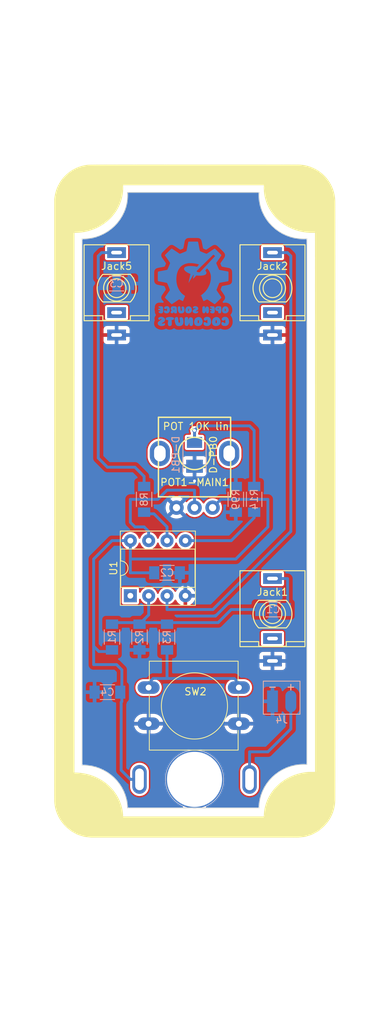
<source format=kicad_pcb>
(kicad_pcb (version 20221018) (generator pcbnew)
  (layers (0 "F.Cu" signal) (31 "B.Cu" signal) (34 "B.Paste" user) (35 "F.Paste" user) (36 "B.SilkS" user "B.Silkscreen") (37 "F.SilkS" user "F.Silkscreen") (38 "B.Mask" user) (39 "F.Mask" user) (44 "Edge.Cuts" user))
  (net 0 "")
  (net 1 "AudioProg")
  (net 2 "GND")
  (net 3 "But-L")
  (net 4 "PB2/A1")
  (net 5 "PB1")
  (net 6 "PB0")
  (net 7 "+3V3")
  (net 8 "CV1_IN")
  (net 9 "Net-(D-PB0-Pad2)")
  (net 10 "Net-(C1-Pad2)")
  (net 11 "Net-(C3-Pad1)")
  (net 12 "VCC")
  (footprint "8Bit_YogyaNoise:SW_PUSH-12mm_3D_new" (layer "F.Cu") (at 63.5 125.095)
    (fp_text reference "SW2")
    (fp_text value "SW_Push")
  )
  (footprint "8Bit_YogyaNoise:8Bit_YogyaNoise" (layer "F.Cu") (at 62.03 95.885)
    (fp_text reference "board1" hide)
    (fp_text value "SVG2SHENZHEN" hide)
    (fp_line (start -14.10622 -35.396149) (end -14.10622 37.402735) (stroke (width 0.1)) (layer "Edge.Cuts"))
    (fp_line (start -14.10622 37.402735) (end -14.03795 37.399735) (stroke (width 0.1)) (layer "Edge.Cuts"))
    (fp_line (start -14.03795 -35.392149) (end -14.10622 -35.396149) (stroke (width 0.1)) (layer "Edge.Cuts"))
    (fp_line (start -14.03795 37.399735) (end -13.722804 37.407735) (stroke (width 0.1)) (layer "Edge.Cuts"))
    (fp_line (start -13.722804 37.407735) (end -13.411649 37.430535) (stroke (width 0.1)) (layer "Edge.Cuts"))
    (fp_line (start -13.716839 -35.400049) (end -14.03795 -35.392149) (stroke (width 0.1)) (layer "Edge.Cuts"))
    (fp_line (start -13.411649 37.430535) (end -12.802822 37.519735) (stroke (width 0.1)) (layer "Edge.Cuts"))
    (fp_line (start -13.399943 -35.423499) (end -13.716839 -35.400049) (stroke (width 0.1)) (layer "Edge.Cuts"))
    (fp_line (start -13.087654 -35.462119) (end -13.399943 -35.423499) (stroke (width 0.1)) (layer "Edge.Cuts"))
    (fp_line (start -12.802822 37.519735) (end -12.214484 37.664625) (stroke (width 0.1)) (layer "Edge.Cuts"))
    (fp_line (start -12.780363 -35.515529) (end -13.087654 -35.462119) (stroke (width 0.1)) (layer "Edge.Cuts"))
    (fp_line (start -12.478464 -35.583349) (end -12.780363 -35.515529) (stroke (width 0.1)) (layer "Edge.Cuts"))
    (fp_line (start -12.214484 37.664625) (end -11.649652 37.862365) (stroke (width 0.1)) (layer "Edge.Cuts"))
    (fp_line (start -12.182347 -35.665199) (end -12.478464 -35.583349) (stroke (width 0.1)) (layer "Edge.Cuts"))
    (fp_line (start -11.649652 37.862365) (end -11.111346 38.110115) (stroke (width 0.1)) (layer "Edge.Cuts"))
    (fp_line (start -11.609032 -35.869448) (end -12.182347 -35.665199) (stroke (width 0.1)) (layer "Edge.Cuts"))
    (fp_line (start -11.111346 38.110115) (end -10.602581 38.404985) (stroke (width 0.1)) (layer "Edge.Cuts"))
    (fp_line (start -11.063554 -36.125226) (end -11.609032 -35.869448) (stroke (width 0.1)) (layer "Edge.Cuts"))
    (fp_line (start -10.602581 38.404985) (end -10.126375 38.744125) (stroke (width 0.1)) (layer "Edge.Cuts"))
    (fp_line (start -10.54905 -36.429482) (end -11.063554 -36.125226) (stroke (width 0.1)) (layer "Edge.Cuts"))
    (fp_line (start -10.126375 38.744125) (end -9.685743 39.124675) (stroke (width 0.1)) (layer "Edge.Cuts"))
    (fp_line (start -10.068656 -36.779162) (end -10.54905 -36.429482) (stroke (width 0.1)) (layer "Edge.Cuts"))
    (fp_line (start -9.685743 39.124675) (end -9.283704 39.543765) (stroke (width 0.1)) (layer "Edge.Cuts"))
    (fp_line (start -9.625511 -37.171212) (end -10.068656 -36.779162) (stroke (width 0.1)) (layer "Edge.Cuts"))
    (fp_line (start -9.283704 39.543765) (end -8.923277 39.998535) (stroke (width 0.1)) (layer "Edge.Cuts"))
    (fp_line (start -9.222748 -37.60258) (end -9.625511 -37.171212) (stroke (width 0.1)) (layer "Edge.Cuts"))
    (fp_line (start -8.923277 39.998535) (end -8.607474 40.486125) (stroke (width 0.1)) (layer "Edge.Cuts"))
    (fp_line (start -8.863506 -38.070211) (end -9.222748 -37.60258) (stroke (width 0.1)) (layer "Edge.Cuts"))
    (fp_line (start -8.607474 40.486125) (end -8.339316 41.003665) (stroke (width 0.1)) (layer "Edge.Cuts"))
    (fp_line (start -8.550922 -38.571053) (end -8.863506 -38.070211) (stroke (width 0.1)) (layer "Edge.Cuts"))
    (fp_line (start -8.339316 41.003665) (end -8.121819 41.548295) (stroke (width 0.1)) (layer "Edge.Cuts"))
    (fp_line (start -8.288132 -39.102053) (end -8.550922 -38.571053) (stroke (width 0.1)) (layer "Edge.Cuts"))
    (fp_line (start -8.176389 -39.377908) (end -8.288132 -39.102053) (stroke (width 0.1)) (layer "Edge.Cuts"))
    (fp_line (start -8.121819 41.548295) (end -7.958001 42.117155) (stroke (width 0.1)) (layer "Edge.Cuts"))
    (fp_line (start -8.078269 -39.660157) (end -8.176389 -39.377908) (stroke (width 0.1)) (layer "Edge.Cuts"))
    (fp_line (start -7.994169 -39.948419) (end -8.078269 -39.660157) (stroke (width 0.1)) (layer "Edge.Cuts"))
    (fp_line (start -7.958001 42.117155) (end -7.89716 42.409765) (stroke (width 0.1)) (layer "Edge.Cuts"))
    (fp_line (start -7.92448 -40.242311) (end -7.994169 -39.948419) (stroke (width 0.1)) (layer "Edge.Cuts"))
    (fp_line (start -7.89716 42.409765) (end -7.85087 42.707375) (stroke (width 0.1)) (layer "Edge.Cuts"))
    (fp_line (start -7.86959 -40.541454) (end -7.92448 -40.242311) (stroke (width 0.1)) (layer "Edge.Cuts"))
    (fp_line (start -7.85087 42.707375) (end -7.81951 43.009595) (stroke (width 0.1)) (layer "Edge.Cuts"))
    (fp_line (start -7.82989 -40.845464) (end -7.86959 -40.541454) (stroke (width 0.1)) (layer "Edge.Cuts"))
    (fp_line (start -7.81951 43.009595) (end -7.80346 43.316095) (stroke (width 0.1)) (layer "Edge.Cuts"))
    (fp_line (start -7.810679 -41.81848) (end -7.797679 -41.46656) (stroke (width 0.1)) (layer "Edge.Cuts"))
    (fp_line (start -7.805779 -41.15396) (end -7.82989 -40.845464) (stroke (width 0.1)) (layer "Edge.Cuts"))
    (fp_line (start -7.80346 43.316095) (end 10.39632 43.316095) (stroke (width 0.1)) (layer "Edge.Cuts"))
    (fp_line (start -7.797679 -41.46656) (end -7.805779 -41.15396) (stroke (width 0.1)) (layer "Edge.Cuts"))
    (fp_line (start 10.39281 -41.46656) (end 10.411111 -41.81848) (stroke (width 0.1)) (layer "Edge.Cuts"))
    (fp_line (start 10.39632 43.316095) (end 10.40725 43.005655) (stroke (width 0.1)) (layer "Edge.Cuts"))
    (fp_line (start 10.40091 -41.153961) (end 10.39281 -41.46656) (stroke (width 0.1)) (layer "Edge.Cuts"))
    (fp_line (start 10.40725 43.005655) (end 10.433919 42.699375) (stroke (width 0.1)) (layer "Edge.Cuts"))
    (fp_line (start 10.411111 -41.81848) (end -7.810679 -41.81848) (stroke (width 0.1)) (layer "Edge.Cuts"))
    (fp_line (start 10.42502 -40.845466) (end 10.40091 -41.153961) (stroke (width 0.1)) (layer "Edge.Cuts"))
    (fp_line (start 10.433919 42.699375) (end 10.475939 42.397625) (stroke (width 0.1)) (layer "Edge.Cuts"))
    (fp_line (start 10.464721 -40.541457) (end 10.42502 -40.845466) (stroke (width 0.1)) (layer "Edge.Cuts"))
    (fp_line (start 10.475939 42.397625) (end 10.53292 42.100785) (stroke (width 0.1)) (layer "Edge.Cuts"))
    (fp_line (start 10.519611 -40.242316) (end 10.464721 -40.541457) (stroke (width 0.1)) (layer "Edge.Cuts"))
    (fp_line (start 10.53292 42.100785) (end 10.60448 41.809235) (stroke (width 0.1)) (layer "Edge.Cuts"))
    (fp_line (start 10.589301 -39.948424) (end 10.519611 -40.242316) (stroke (width 0.1)) (layer "Edge.Cuts"))
    (fp_line (start 10.60448 41.809235) (end 10.69023 41.523335) (stroke (width 0.1)) (layer "Edge.Cuts"))
    (fp_line (start 10.673401 -39.660163) (end 10.589301 -39.948424) (stroke (width 0.1)) (layer "Edge.Cuts"))
    (fp_line (start 10.69023 41.523335) (end 10.902748 40.969985) (stroke (width 0.1)) (layer "Edge.Cuts"))
    (fp_line (start 10.77152 -39.377915) (end 10.673401 -39.660163) (stroke (width 0.1)) (layer "Edge.Cuts"))
    (fp_line (start 10.883261 -39.102061) (end 10.77152 -39.377915) (stroke (width 0.1)) (layer "Edge.Cuts"))
    (fp_line (start 10.902748 40.969985) (end 11.167387 40.443725) (stroke (width 0.1)) (layer "Edge.Cuts"))
    (fp_line (start 11.14605 -38.571063) (end 10.883261 -39.102061) (stroke (width 0.1)) (layer "Edge.Cuts"))
    (fp_line (start 11.167387 40.443725) (end 11.481053 39.947555) (stroke (width 0.1)) (layer "Edge.Cuts"))
    (fp_line (start 11.458633 -38.070222) (end 11.14605 -38.571063) (stroke (width 0.1)) (layer "Edge.Cuts"))
    (fp_line (start 11.481053 39.947555) (end 11.840655 39.484445) (stroke (width 0.1)) (layer "Edge.Cuts"))
    (fp_line (start 11.817871 -37.602591) (end 11.458633 -38.070222) (stroke (width 0.1)) (layer "Edge.Cuts"))
    (fp_line (start 11.840655 39.484445) (end 12.243098 39.057385) (stroke (width 0.1)) (layer "Edge.Cuts"))
    (fp_line (start 12.220631 -37.171224) (end 11.817871 -37.602591) (stroke (width 0.1)) (layer "Edge.Cuts"))
    (fp_line (start 12.243098 39.057385) (end 12.685287 38.669365) (stroke (width 0.1)) (layer "Edge.Cuts"))
    (fp_line (start 12.663776 -36.779174) (end 12.220631 -37.171224) (stroke (width 0.1)) (layer "Edge.Cuts"))
    (fp_line (start 12.685287 38.669365) (end 13.164134 38.323355) (stroke (width 0.1)) (layer "Edge.Cuts"))
    (fp_line (start 13.144167 -36.429494) (end 12.663776 -36.779174) (stroke (width 0.1)) (layer "Edge.Cuts"))
    (fp_line (start 13.164134 38.323355) (end 13.67654 38.022365) (stroke (width 0.1)) (layer "Edge.Cuts"))
    (fp_line (start 13.658668 -36.125238) (end 13.144167 -36.429494) (stroke (width 0.1)) (layer "Edge.Cuts"))
    (fp_line (start 13.67654 38.022365) (end 14.219416 37.769355) (stroke (width 0.1)) (layer "Edge.Cuts"))
    (fp_line (start 14.204142 -35.869458) (end 13.658668 -36.125238) (stroke (width 0.1)) (layer "Edge.Cuts"))
    (fp_line (start 14.219416 37.769355) (end 14.789666 37.567315) (stroke (width 0.1)) (layer "Edge.Cuts"))
    (fp_line (start 14.777455 -35.665208) (end 14.204142 -35.869458) (stroke (width 0.1)) (layer "Edge.Cuts"))
    (fp_line (start 14.789666 37.567315) (end 15.384199 37.419245) (stroke (width 0.1)) (layer "Edge.Cuts"))
    (fp_line (start 15.07357 -35.583358) (end 14.777455 -35.665208) (stroke (width 0.1)) (layer "Edge.Cuts"))
    (fp_line (start 15.375469 -35.515538) (end 15.07357 -35.583358) (stroke (width 0.1)) (layer "Edge.Cuts"))
    (fp_line (start 15.384199 37.419245) (end 15.689604 37.366345) (stroke (width 0.1)) (layer "Edge.Cuts"))
    (fp_line (start 15.682757 -35.462128) (end 15.375469 -35.515538) (stroke (width 0.1)) (layer "Edge.Cuts"))
    (fp_line (start 15.689604 37.366345) (end 15.99992 37.328045) (stroke (width 0.1)) (layer "Edge.Cuts"))
    (fp_line (start 15.995045 -35.423508) (end 15.682757 -35.462128) (stroke (width 0.1)) (layer "Edge.Cuts"))
    (fp_line (start 15.99992 37.328045) (end 16.314758 37.304745) (stroke (width 0.1)) (layer "Edge.Cuts"))
    (fp_line (start 16.311939 -35.400058) (end 15.995045 -35.423508) (stroke (width 0.1)) (layer "Edge.Cuts"))
    (fp_line (start 16.314758 37.304745) (end 16.633736 37.296745) (stroke (width 0.1)) (layer "Edge.Cuts"))
    (fp_line (start 16.63305 -35.392158) (end 16.311939 -35.400058) (stroke (width 0.1)) (layer "Edge.Cuts"))
    (fp_line (start 16.633736 37.296745) (end 17.028752 37.315745) (stroke (width 0.1)) (layer "Edge.Cuts"))
    (fp_line (start 17.028077 -35.405658) (end 16.63305 -35.392158) (stroke (width 0.1)) (layer "Edge.Cuts"))
    (fp_line (start 17.028163 -35.405658) (end 17.028077 -35.405658) (stroke (width 0.1)) (layer "Edge.Cuts"))
    (fp_line (start 17.028752 -35.407058) (end 17.028163 -35.405658) (stroke (width 0.1)) (layer "Edge.Cuts"))
    (fp_line (start 17.028752 37.315745) (end 17.028752 -35.407058) (stroke (width 0.1)) (layer "Edge.Cuts"))
  )
  (footprint "8Bit_YogyaNoise:LED_PLCC_2835_Handsoldering" (layer "F.Cu") (at 63.5 90.17 90)
    (fp_text reference "D-PB0")
    (fp_text value "LED")
  )
  (footprint "8Bit_YogyaNoise:PJ301M-12_dusjagr_3d" (layer "F.Cu") (at 74.295 112.395)
    (fp_text reference "Jack1")
    (fp_text value "JACK_2P" hide)
  )
  (footprint "8Bit_YogyaNoise:PJ301M-12_dusjagr_3d" (layer "F.Cu") (at 74.295 67.31)
    (fp_text reference "Jack2")
    (fp_text value "JACK_2P" hide)
  )
  (footprint "8Bit_YogyaNoise:PJ301M-12_dusjagr_3d" (layer "F.Cu") (at 52.705 67.31)
    (fp_text reference "Jack5")
    (fp_text value "JACK_2P" hide)
  )
  (footprint "8Bit_YogyaNoise:RD901F-ALPHA-3D" (layer "F.Cu") (at 63.5 90.17)
    (fp_text reference "POT1-MAIN1")
    (fp_text value "POT 10K lin")
  )
  (footprint "8Bit_YogyaNoise:DIP-8_Attiny_with_Socket_3d" (layer "F.Cu") (at 54.61 109.855 90)
    (fp_text reference "U1")
    (fp_text value "ATTINY85-20SU")
  )
  (footprint "8Bit_YogyaNoise:Push_SWITCH_hole" (layer "F.Cu") (at 63.5 135.255 -90)
    (fp_text reference "SW3")
    (fp_text value "SW_Push")
  )
  (footprint "8Bit_YogyaNoise:C_1206_3d" (layer "B.Cu") (at 74.39 111.76 180)
    (fp_text reference "C1")
    (fp_text value "100nF")
  )
  (footprint "8Bit_YogyaNoise:C_1206_3d" (layer "B.Cu") (at 59.69 106.68)
    (fp_text reference "C2")
    (fp_text value "100nF")
  )
  (footprint "8Bit_YogyaNoise:C_1206_3d" (layer "B.Cu") (at 52.705 66.675)
    (fp_text reference "C3")
    (fp_text value "100nF")
  )
  (footprint "8Bit_YogyaNoise:C_1206_3d" (layer "B.Cu") (at 51.435 123.19 180)
    (fp_text reference "C4")
    (fp_text value "10uF")
  )
  (footprint "8Bit_YogyaNoise:R_1206_3d" (layer "B.Cu") (at 52.07 115.57 90)
    (fp_text reference "R1")
    (fp_text value "22k")
  )
  (footprint "8Bit_YogyaNoise:R_1206_3d" (layer "B.Cu") (at 55.88 115.57 -90)
    (fp_text reference "R2")
    (fp_text value "22k")
  )
  (footprint "8Bit_YogyaNoise:R_1206_3d" (layer "B.Cu") (at 59.69 115.57 -90)
    (fp_text reference "R3")
    (fp_text value "22k")
  )
  (footprint "8Bit_YogyaNoise:R_1206_3d" (layer "B.Cu") (at 56.515 96.52 -90)
    (fp_text reference "R8")
    (fp_text value "330")
  )
  (footprint "8Bit_YogyaNoise:R_1206_3d" (layer "B.Cu") (at 71.755 96.52 90)
    (fp_text reference "R14")
    (fp_text value "1K")
  )
  (footprint "8Bit_YogyaNoise:Bat_connector_SMD" (layer "B.Cu") (at 74.295 124.46)
    (fp_text reference "J4")
    (fp_text value "Con_3-5V")
  )
  (footprint "8Bit_YogyaNoise:LED_PLCC_2835_Handsoldering" (layer "B.Cu") (at 63.5 90.17 90)
    (fp_text reference "D-PB1")
    (fp_text value "LED")
  )
  (footprint "8Bit_YogyaNoise:Coconut_logo" (layer "B.Cu") (at 63.5 66.675 180)
    (fp_text reference "logo1" hide)
    (fp_text value "COCONUT" hide)
  )
  (footprint "8Bit_YogyaNoise:R_1206_3d" (layer "B.Cu") (at 69.215 96.52 90)
    (fp_text reference "R99")
    (fp_text value "0")
  )
  (footprint "8Bit_YogyaNoise:NoiseBomb_logo" (layer "B.Cu") (at 63.5 80.645 180)
    (fp_text reference "Ref**" hide)
    (fp_text value "Val**" hide)
  )
  (segment (start 74.295 107.475) (end 76.36 107.475) (width 0.4) (layer "B.Cu") (net 1))
  (segment (start 76.36 107.475) (end 76.39 107.505) (width 0.4) (layer "B.Cu") (net 1))
  (segment (start 76.39 107.505) (end 76.39 111.76) (width 0.4) (layer "B.Cu") (net 1))
  (segment (start 63.5 91.948) (end 63.5 93.98) (width 0.4) (layer "F.Cu") (net 2))
  (via (at 63.5 93.98) (size 0.6) (drill 0.4) (layers "F.Cu" "B.Cu") (net 2))
  (segment (start 63.5 91.948) (end 63.5 93.98) (width 0.4) (layer "B.Cu") (net 2))
  (segment (start 69.0086 121.2977) (end 67.2973 121.2977) (width 0.4) (layer "B.Cu") (net 3))
  (segment (start 58.42 121.285) (end 57.7787 121.285) (width 0.4) (layer "B.Cu") (net 3))
  (segment (start 57.1373 121.9264) (end 57.1373 123.19) (width 0.4) (layer "B.Cu") (net 3))
  (segment (start 59.69 121.2977) (end 67.2973 121.2977) (width 0.4) (layer "B.Cu") (net 3))
  (segment (start 69.6373 123.19) (end 69.6373 121.9264) (width 0.4) (layer "B.Cu") (net 3))
  (segment (start 59.69 121.2977) (end 58.4327 121.2977) (width 0.4) (layer "B.Cu") (net 3))
  (segment (start 58.4327 121.2977) (end 58.42 121.285) (width 0.4) (layer "B.Cu") (net 3))
  (segment (start 69.6373 121.9264) (end 69.0086 121.2977) (width 0.4) (layer "B.Cu") (net 3))
  (segment (start 59.69 117.57) (end 59.69 121.2977) (width 0.4) (layer "B.Cu") (net 3))
  (segment (start 57.7977 123.19) (end 57.1373 123.19) (width 0.4) (layer "B.Cu") (net 3))
  (segment (start 57.7787 121.285) (end 57.1373 121.9264) (width 0.4) (layer "B.Cu") (net 3))
  (segment (start 54.61 99.695) (end 54.61 96.52) (width 0.4) (layer "B.Cu") (net 4))
  (segment (start 63.5 95.25) (end 63.5 97.67) (width 0.4) (layer "B.Cu") (net 4))
  (segment (start 55.245 100.33) (end 54.61 99.695) (width 0.4) (layer "B.Cu") (net 4))
  (segment (start 57.15 100.962208) (end 56.517792 100.33) (width 0.4) (layer "B.Cu") (net 4))
  (segment (start 54.61 96.52) (end 58.42 96.52) (width 0.4) (layer "B.Cu") (net 4))
  (segment (start 58.42 96.52) (end 59.69 95.25) (width 0.4) (layer "B.Cu") (net 4))
  (segment (start 56.517792 100.33) (end 55.245 100.33) (width 0.4) (layer "B.Cu") (net 4))
  (segment (start 57.15 102.235) (end 57.15 100.962208) (width 0.4) (layer "B.Cu") (net 4))
  (segment (start 59.69 95.25) (end 63.5 95.25) (width 0.4) (layer "B.Cu") (net 4))
  (segment (start 59.69 102.235) (end 59.69 100.33) (width 0.4) (layer "B.Cu") (net 5))
  (segment (start 57.88 98.52) (end 56.515 98.52) (width 0.4) (layer "B.Cu") (net 5))
  (segment (start 59.69 100.33) (end 57.88 98.52) (width 0.4) (layer "B.Cu") (net 5))
  (segment (start 56.515 98.52) (end 56.715 98.52) (width 0.4) (layer "B.Cu") (net 5))
  (segment (start 68.58 102.235) (end 62.23 102.235) (width 0.4) (layer "B.Cu") (net 6))
  (segment (start 71.755 98.298) (end 71.755 99.06) (width 0.4) (layer "B.Cu") (net 6))
  (segment (start 71.755 99.06) (end 68.58 102.235) (width 0.4) (layer "B.Cu") (net 6))
  (segment (start 73.66 131.445) (end 71.12 131.445) (width 0.4) (layer "B.Cu") (net 7))
  (segment (start 76.835 128.27) (end 73.66 131.445) (width 0.4) (layer "B.Cu") (net 7))
  (segment (start 71.12 131.445) (end 71.12 135.255) (width 0.4) (layer "B.Cu") (net 7))
  (segment (start 76.835 124.46) (end 76.835 128.27) (width 0.4) (layer "B.Cu") (net 7))
  (segment (start 76.835 62.865) (end 76.835 100.965) (width 0.4) (layer "B.Cu") (net 8))
  (segment (start 59.69 109.855) (end 59.69 111.76) (width 0.4) (layer "B.Cu") (net 8))
  (segment (start 74.295 62.39) (end 76.36 62.39) (width 0.4) (layer "B.Cu") (net 8))
  (segment (start 76.36 62.39) (end 76.835 62.865) (width 0.4) (layer "B.Cu") (net 8))
  (segment (start 65.405 111.76) (end 66.04 111.76) (width 0.4) (layer "B.Cu") (net 8))
  (segment (start 59.69 111.76) (end 65.405 111.76) (width 0.4) (layer "B.Cu") (net 8))
  (segment (start 66.04 111.76) (end 76.835 100.965) (width 0.4) (layer "B.Cu") (net 8))
  (segment (start 63.5 86.995) (end 63.5 88.646) (width 0.4) (layer "F.Cu") (net 9))
  (via (at 63.5 86.995) (size 0.6) (drill 0.4) (layers "F.Cu" "B.Cu") (net 9))
  (segment (start 64.135 86.36) (end 63.5 86.995) (width 0.4) (layer "B.Cu") (net 9))
  (segment (start 71.755 92.075) (end 71.755 86.995) (width 0.4) (layer "B.Cu") (net 9))
  (segment (start 63.5 86.995) (end 63.5 88.646) (width 0.4) (layer "B.Cu") (net 9))
  (segment (start 71.755 86.995) (end 71.12 86.36) (width 0.4) (layer "B.Cu") (net 9))
  (segment (start 71.755 92.075) (end 71.755 94.742) (width 0.4) (layer "B.Cu") (net 9))
  (segment (start 71.12 86.36) (end 64.135 86.36) (width 0.4) (layer "B.Cu") (net 9))
  (segment (start 52.07 113.57) (end 55.88 113.57) (width 0.4) (layer "B.Cu") (net 10))
  (segment (start 72.39 111.76) (end 68.58 111.76) (width 0.4) (layer "B.Cu") (net 10))
  (segment (start 56.08 113.57) (end 55.88 113.57) (width 0.4) (layer "B.Cu") (net 10))
  (segment (start 57.15 112.5) (end 56.08 113.57) (width 0.4) (layer "B.Cu") (net 10))
  (segment (start 59.69 113.57) (end 55.88 113.57) (width 0.4) (layer "B.Cu") (net 10))
  (segment (start 66.77 113.57) (end 59.69 113.57) (width 0.4) (layer "B.Cu") (net 10))
  (segment (start 57.15 109.855) (end 57.15 112.5) (width 0.4) (layer "B.Cu") (net 10))
  (segment (start 68.58 111.76) (end 66.77 113.57) (width 0.4) (layer "B.Cu") (net 10))
  (segment (start 51.435 92.075) (end 50.165 90.805) (width 0.4) (layer "B.Cu") (net 11))
  (segment (start 52.705 62.39) (end 50.64 62.39) (width 0.4) (layer "B.Cu") (net 11))
  (segment (start 50.927 66.675) (end 50.8 66.675) (width 0.4) (layer "B.Cu") (net 11))
  (segment (start 50.165 65.913) (end 50.927 66.675) (width 0.4) (layer "B.Cu") (net 11))
  (segment (start 50.64 62.39) (end 50.165 62.865) (width 0.4) (layer "B.Cu") (net 11))
  (segment (start 56.515 93.345) (end 55.245 92.075) (width 0.4) (layer "B.Cu") (net 11))
  (segment (start 50.165 67.31) (end 50.165 90.805) (width 0.4) (layer "B.Cu") (net 11))
  (segment (start 50.8 66.675) (end 50.165 67.31) (width 0.4) (layer "B.Cu") (net 11))
  (segment (start 55.245 92.075) (end 51.435 92.075) (width 0.4) (layer "B.Cu") (net 11))
  (segment (start 56.515 94.52) (end 56.515 93.345) (width 0.4) (layer "B.Cu") (net 11))
  (segment (start 50.165 62.865) (end 50.165 65.913) (width 0.4) (layer "B.Cu") (net 11))
  (segment (start 73.66 100.33) (end 69.215 104.775) (width 0.4) (layer "B.Cu") (net 12))
  (segment (start 73.66 96.52) (end 73.66 100.33) (width 0.4) (layer "B.Cu") (net 12))
  (segment (start 54.61 106.68) (end 57.69 106.68) (width 0.4) (layer "B.Cu") (net 12))
  (segment (start 49.53 119.38) (end 52.705 119.38) (width 0.4) (layer "B.Cu") (net 12))
  (segment (start 52.07 102.235) (end 49.53 104.775) (width 0.4) (layer "B.Cu") (net 12))
  (segment (start 54.61 104.775) (end 54.61 106.68) (width 0.4) (layer "B.Cu") (net 12))
  (segment (start 53.34 133.985) (end 54.61 135.255) (width 0.4) (layer "B.Cu") (net 12))
  (segment (start 50.26 117.57) (end 52.07 117.57) (width 0.4) (layer "B.Cu") (net 12))
  (segment (start 53.34 124.585) (end 53.34 133.985) (width 0.4) (layer "B.Cu") (net 12))
  (segment (start 49.53 116.84) (end 50.26 117.57) (width 0.4) (layer "B.Cu") (net 12))
  (segment (start 66 97.67) (end 67.15 96.52) (width 0.4) (layer "B.Cu") (net 12))
  (segment (start 53.435 120.11) (end 53.435 123.19) (width 0.4) (layer "B.Cu") (net 12))
  (segment (start 49.53 104.775) (end 49.53 116.84) (width 0.4) (layer "B.Cu") (net 12))
  (segment (start 52.705 119.38) (end 53.435 120.11) (width 0.4) (layer "B.Cu") (net 12))
  (segment (start 53.435 123.19) (end 53.435 124.49) (width 0.4) (layer "B.Cu") (net 12))
  (segment (start 54.61 135.255) (end 55.88 135.255) (width 0.4) (layer "B.Cu") (net 12))
  (segment (start 49.53 116.84) (end 49.53 119.38) (width 0.4) (layer "B.Cu") (net 12))
  (segment (start 67.15 96.52) (end 73.66 96.52) (width 0.4) (layer "B.Cu") (net 12))
  (segment (start 54.61 102.235) (end 54.61 104.775) (width 0.4) (layer "B.Cu") (net 12))
  (segment (start 53.435 124.49) (end 53.34 124.585) (width 0.4) (layer "B.Cu") (net 12))
  (segment (start 69.215 104.775) (end 54.61 104.775) (width 0.4) (layer "B.Cu") (net 12))
  (segment (start 54.61 102.235) (end 52.07 102.235) (width 0.4) (layer "B.Cu") (net 12))
  (zone (net 2) (net_name "GND") (layer "F.Cu") (connect_pads (clearance 0.3)) (min_thickness 0.254) (fill yes (thermal_gap 0.508) (thermal_bridge_width 0.508))
    (polygon (pts (xy 39.16 27.83) (xy 85.84 27.45) (xy 88.64 169.09) (xy 36.56 167.21)))
  )
  (zone (net 2) (net_name "GND") (layer "B.Cu") (connect_pads (clearance 0.5)) (min_thickness 0.254) (fill yes (thermal_gap 0.508) (thermal_bridge_width 0.508))
    (polygon (pts (xy 40.18 28.42) (xy 83.95 28.84) (xy 85.73 166.29) (xy 39.11 165.7)))
  )
)
</source>
